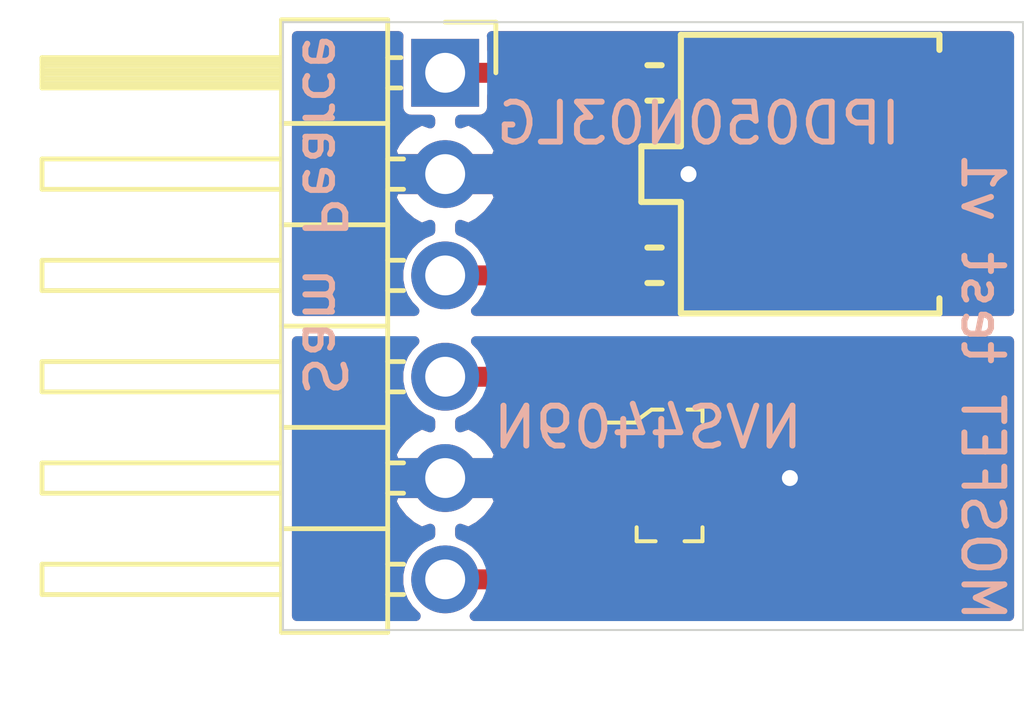
<source format=kicad_pcb>
(kicad_pcb (version 20171130) (host pcbnew "(5.1.6)-1")

  (general
    (thickness 1.6)
    (drawings 6)
    (tracks 10)
    (zones 0)
    (modules 3)
    (nets 7)
  )

  (page A4)
  (layers
    (0 F.Cu signal)
    (31 B.Cu signal)
    (32 B.Adhes user)
    (33 F.Adhes user)
    (34 B.Paste user)
    (35 F.Paste user)
    (36 B.SilkS user)
    (37 F.SilkS user)
    (38 B.Mask user)
    (39 F.Mask user)
    (40 Dwgs.User user)
    (41 Cmts.User user)
    (42 Eco1.User user)
    (43 Eco2.User user)
    (44 Edge.Cuts user)
    (45 Margin user)
    (46 B.CrtYd user)
    (47 F.CrtYd user)
    (48 B.Fab user)
    (49 F.Fab user)
  )

  (setup
    (last_trace_width 0.5)
    (trace_clearance 0.2)
    (zone_clearance 0.2)
    (zone_45_only no)
    (trace_min 0.2)
    (via_size 0.8)
    (via_drill 0.4)
    (via_min_size 0.4)
    (via_min_drill 0.3)
    (uvia_size 0.3)
    (uvia_drill 0.1)
    (uvias_allowed no)
    (uvia_min_size 0.2)
    (uvia_min_drill 0.1)
    (edge_width 0.05)
    (segment_width 0.2)
    (pcb_text_width 0.3)
    (pcb_text_size 1.5 1.5)
    (mod_edge_width 0.12)
    (mod_text_size 1 1)
    (mod_text_width 0.15)
    (pad_size 1.524 1.524)
    (pad_drill 0.762)
    (pad_to_mask_clearance 0.05)
    (aux_axis_origin 0 0)
    (visible_elements 7FFFFFFF)
    (pcbplotparams
      (layerselection 0x010fc_ffffffff)
      (usegerberextensions false)
      (usegerberattributes true)
      (usegerberadvancedattributes true)
      (creategerberjobfile true)
      (excludeedgelayer true)
      (linewidth 0.100000)
      (plotframeref false)
      (viasonmask false)
      (mode 1)
      (useauxorigin false)
      (hpglpennumber 1)
      (hpglpenspeed 20)
      (hpglpendiameter 15.000000)
      (psnegative false)
      (psa4output false)
      (plotreference true)
      (plotvalue true)
      (plotinvisibletext false)
      (padsonsilk false)
      (subtractmaskfromsilk false)
      (outputformat 1)
      (mirror false)
      (drillshape 1)
      (scaleselection 1)
      (outputdirectory ""))
  )

  (net 0 "")
  (net 1 "Net-(J1-Pad1)")
  (net 2 "Net-(J1-Pad2)")
  (net 3 "Net-(J1-Pad3)")
  (net 4 "Net-(J1-Pad4)")
  (net 5 "Net-(J1-Pad5)")
  (net 6 "Net-(J1-Pad6)")

  (net_class Default "This is the default net class."
    (clearance 0.2)
    (trace_width 0.5)
    (via_dia 0.8)
    (via_drill 0.4)
    (uvia_dia 0.3)
    (uvia_drill 0.1)
    (add_net "Net-(J1-Pad1)")
    (add_net "Net-(J1-Pad2)")
    (add_net "Net-(J1-Pad3)")
    (add_net "Net-(J1-Pad4)")
    (add_net "Net-(J1-Pad5)")
    (add_net "Net-(J1-Pad6)")
  )

  (module project_mosfet_test:PinHeader_1x06_P2.54mm_Horizontal (layer F.Cu) (tedit 600C770A) (tstamp 600CF0DB)
    (at 159.512 86.614)
    (descr "Through hole angled pin header, 1x06, 2.54mm pitch, 6mm pin length, single row")
    (tags "Through hole angled pin header THT 1x06 2.54mm single row")
    (path /600D9B7A)
    (fp_text reference J1 (at -1.845 -2.27 180) (layer F.SilkS) hide
      (effects (font (size 1 1) (thickness 0.15)))
    )
    (fp_text value Conn_01x06_Male (at -1.845 14.97 180) (layer F.Fab)
      (effects (font (size 1 1) (thickness 0.15)))
    )
    (fp_line (start -8.01 -1.8) (end 4.34 -1.8) (layer F.CrtYd) (width 0.05))
    (fp_line (start -8.01 14.5) (end -8.01 -1.8) (layer F.CrtYd) (width 0.05))
    (fp_line (start 4.34 14.5) (end -8.01 14.5) (layer F.CrtYd) (width 0.05))
    (fp_line (start 4.34 -1.8) (end 4.34 14.5) (layer F.CrtYd) (width 0.05))
    (fp_line (start 3.81 -1.27) (end 2.54 -1.27) (layer F.SilkS) (width 0.12))
    (fp_line (start 3.81 0) (end 3.81 -1.27) (layer F.SilkS) (width 0.12))
    (fp_line (start 1.497071 13.08) (end 1.1 13.08) (layer F.SilkS) (width 0.12))
    (fp_line (start 1.497071 12.32) (end 1.1 12.32) (layer F.SilkS) (width 0.12))
    (fp_line (start -7.56 13.08) (end -1.56 13.08) (layer F.SilkS) (width 0.12))
    (fp_line (start -7.56 12.32) (end -7.56 13.08) (layer F.SilkS) (width 0.12))
    (fp_line (start -1.56 12.32) (end -7.56 12.32) (layer F.SilkS) (width 0.12))
    (fp_line (start 1.1 11.43) (end -1.56 11.43) (layer F.SilkS) (width 0.12))
    (fp_line (start 1.497071 10.54) (end 1.1 10.54) (layer F.SilkS) (width 0.12))
    (fp_line (start 1.497071 9.78) (end 1.1 9.78) (layer F.SilkS) (width 0.12))
    (fp_line (start -7.56 10.54) (end -1.56 10.54) (layer F.SilkS) (width 0.12))
    (fp_line (start -7.56 9.78) (end -7.56 10.54) (layer F.SilkS) (width 0.12))
    (fp_line (start -1.56 9.78) (end -7.56 9.78) (layer F.SilkS) (width 0.12))
    (fp_line (start 1.1 8.89) (end -1.56 8.89) (layer F.SilkS) (width 0.12))
    (fp_line (start 1.497071 8) (end 1.1 8) (layer F.SilkS) (width 0.12))
    (fp_line (start 1.497071 7.24) (end 1.1 7.24) (layer F.SilkS) (width 0.12))
    (fp_line (start -7.56 8) (end -1.56 8) (layer F.SilkS) (width 0.12))
    (fp_line (start -7.56 7.24) (end -7.56 8) (layer F.SilkS) (width 0.12))
    (fp_line (start -1.56 7.24) (end -7.56 7.24) (layer F.SilkS) (width 0.12))
    (fp_line (start 1.1 6.35) (end -1.56 6.35) (layer F.SilkS) (width 0.12))
    (fp_line (start 1.497071 5.46) (end 1.1 5.46) (layer F.SilkS) (width 0.12))
    (fp_line (start 1.497071 4.7) (end 1.1 4.7) (layer F.SilkS) (width 0.12))
    (fp_line (start -7.56 5.46) (end -1.56 5.46) (layer F.SilkS) (width 0.12))
    (fp_line (start -7.56 4.7) (end -7.56 5.46) (layer F.SilkS) (width 0.12))
    (fp_line (start -1.56 4.7) (end -7.56 4.7) (layer F.SilkS) (width 0.12))
    (fp_line (start 1.1 3.81) (end -1.56 3.81) (layer F.SilkS) (width 0.12))
    (fp_line (start 1.497071 2.92) (end 1.1 2.92) (layer F.SilkS) (width 0.12))
    (fp_line (start 1.497071 2.16) (end 1.1 2.16) (layer F.SilkS) (width 0.12))
    (fp_line (start -7.56 2.92) (end -1.56 2.92) (layer F.SilkS) (width 0.12))
    (fp_line (start -7.56 2.16) (end -7.56 2.92) (layer F.SilkS) (width 0.12))
    (fp_line (start -1.56 2.16) (end -7.56 2.16) (layer F.SilkS) (width 0.12))
    (fp_line (start 1.1 1.27) (end -1.56 1.27) (layer F.SilkS) (width 0.12))
    (fp_line (start 1.43 0.38) (end 1.1 0.38) (layer F.SilkS) (width 0.12))
    (fp_line (start 1.43 -0.38) (end 1.1 -0.38) (layer F.SilkS) (width 0.12))
    (fp_line (start -1.56 0.28) (end -7.56 0.28) (layer F.SilkS) (width 0.12))
    (fp_line (start -1.56 0.16) (end -7.56 0.16) (layer F.SilkS) (width 0.12))
    (fp_line (start -1.56 0.04) (end -7.56 0.04) (layer F.SilkS) (width 0.12))
    (fp_line (start -1.56 -0.08) (end -7.56 -0.08) (layer F.SilkS) (width 0.12))
    (fp_line (start -1.56 -0.2) (end -7.56 -0.2) (layer F.SilkS) (width 0.12))
    (fp_line (start -1.56 -0.32) (end -7.56 -0.32) (layer F.SilkS) (width 0.12))
    (fp_line (start -7.56 0.38) (end -1.56 0.38) (layer F.SilkS) (width 0.12))
    (fp_line (start -7.56 -0.38) (end -7.56 0.38) (layer F.SilkS) (width 0.12))
    (fp_line (start -1.56 -0.38) (end -7.56 -0.38) (layer F.SilkS) (width 0.12))
    (fp_line (start -1.56 -1.33) (end 1.1 -1.33) (layer F.SilkS) (width 0.12))
    (fp_line (start -1.56 14.03) (end -1.56 -1.33) (layer F.SilkS) (width 0.12))
    (fp_line (start 1.1 14.03) (end -1.56 14.03) (layer F.SilkS) (width 0.12))
    (fp_line (start 1.1 -1.33) (end 1.1 14.03) (layer F.SilkS) (width 0.12))
    (fp_line (start -1.5 13.02) (end -7.5 13.02) (layer F.Fab) (width 0.1))
    (fp_line (start -7.5 12.38) (end -7.5 13.02) (layer F.Fab) (width 0.1))
    (fp_line (start -1.5 12.38) (end -7.5 12.38) (layer F.Fab) (width 0.1))
    (fp_line (start 2.86 13.02) (end 1.04 13.02) (layer F.Fab) (width 0.1))
    (fp_line (start 2.86 12.38) (end 2.86 13.02) (layer F.Fab) (width 0.1))
    (fp_line (start 2.86 12.38) (end 1.04 12.38) (layer F.Fab) (width 0.1))
    (fp_line (start -1.5 10.48) (end -7.5 10.48) (layer F.Fab) (width 0.1))
    (fp_line (start -7.5 9.84) (end -7.5 10.48) (layer F.Fab) (width 0.1))
    (fp_line (start -1.5 9.84) (end -7.5 9.84) (layer F.Fab) (width 0.1))
    (fp_line (start 2.86 10.48) (end 1.04 10.48) (layer F.Fab) (width 0.1))
    (fp_line (start 2.86 9.84) (end 2.86 10.48) (layer F.Fab) (width 0.1))
    (fp_line (start 2.86 9.84) (end 1.04 9.84) (layer F.Fab) (width 0.1))
    (fp_line (start -1.5 7.94) (end -7.5 7.94) (layer F.Fab) (width 0.1))
    (fp_line (start -7.5 7.3) (end -7.5 7.94) (layer F.Fab) (width 0.1))
    (fp_line (start -1.5 7.3) (end -7.5 7.3) (layer F.Fab) (width 0.1))
    (fp_line (start 2.86 7.94) (end 1.04 7.94) (layer F.Fab) (width 0.1))
    (fp_line (start 2.86 7.3) (end 2.86 7.94) (layer F.Fab) (width 0.1))
    (fp_line (start 2.86 7.3) (end 1.04 7.3) (layer F.Fab) (width 0.1))
    (fp_line (start -1.5 5.4) (end -7.5 5.4) (layer F.Fab) (width 0.1))
    (fp_line (start -7.5 4.76) (end -7.5 5.4) (layer F.Fab) (width 0.1))
    (fp_line (start -1.5 4.76) (end -7.5 4.76) (layer F.Fab) (width 0.1))
    (fp_line (start 2.86 5.4) (end 1.04 5.4) (layer F.Fab) (width 0.1))
    (fp_line (start 2.86 4.76) (end 2.86 5.4) (layer F.Fab) (width 0.1))
    (fp_line (start 2.86 4.76) (end 1.04 4.76) (layer F.Fab) (width 0.1))
    (fp_line (start -1.5 2.86) (end -7.5 2.86) (layer F.Fab) (width 0.1))
    (fp_line (start -7.5 2.22) (end -7.5 2.86) (layer F.Fab) (width 0.1))
    (fp_line (start -1.5 2.22) (end -7.5 2.22) (layer F.Fab) (width 0.1))
    (fp_line (start 2.86 2.86) (end 1.04 2.86) (layer F.Fab) (width 0.1))
    (fp_line (start 2.86 2.22) (end 2.86 2.86) (layer F.Fab) (width 0.1))
    (fp_line (start 2.86 2.22) (end 1.04 2.22) (layer F.Fab) (width 0.1))
    (fp_line (start -1.5 0.32) (end -7.5 0.32) (layer F.Fab) (width 0.1))
    (fp_line (start -7.5 -0.32) (end -7.5 0.32) (layer F.Fab) (width 0.1))
    (fp_line (start -1.5 -0.32) (end -7.5 -0.32) (layer F.Fab) (width 0.1))
    (fp_line (start 2.86 0.32) (end 1.04 0.32) (layer F.Fab) (width 0.1))
    (fp_line (start 2.86 -0.32) (end 2.86 0.32) (layer F.Fab) (width 0.1))
    (fp_line (start 2.86 -0.32) (end 1.04 -0.32) (layer F.Fab) (width 0.1))
    (fp_line (start 1.04 -0.635) (end 0.405 -1.27) (layer F.Fab) (width 0.1))
    (fp_line (start 1.04 13.97) (end 1.04 -0.635) (layer F.Fab) (width 0.1))
    (fp_line (start -1.5 13.97) (end 1.04 13.97) (layer F.Fab) (width 0.1))
    (fp_line (start -1.5 -1.27) (end -1.5 13.97) (layer F.Fab) (width 0.1))
    (fp_line (start 0.405 -1.27) (end -1.5 -1.27) (layer F.Fab) (width 0.1))
    (fp_text user %R (at -0.23 6.35 270) (layer F.Fab)
      (effects (font (size 1 1) (thickness 0.15)))
    )
    (pad 1 thru_hole rect (at 2.54 0) (size 1.7 1.7) (drill 1) (layers *.Cu *.Mask)
      (net 1 "Net-(J1-Pad1)"))
    (pad 2 thru_hole oval (at 2.54 2.54) (size 1.7 1.7) (drill 1) (layers *.Cu *.Mask)
      (net 2 "Net-(J1-Pad2)"))
    (pad 3 thru_hole oval (at 2.54 5.08) (size 1.7 1.7) (drill 1) (layers *.Cu *.Mask)
      (net 3 "Net-(J1-Pad3)"))
    (pad 4 thru_hole oval (at 2.54 7.62) (size 1.7 1.7) (drill 1) (layers *.Cu *.Mask)
      (net 4 "Net-(J1-Pad4)"))
    (pad 5 thru_hole oval (at 2.54 10.16) (size 1.7 1.7) (drill 1) (layers *.Cu *.Mask)
      (net 5 "Net-(J1-Pad5)"))
    (pad 6 thru_hole oval (at 2.54 12.7) (size 1.7 1.7) (drill 1) (layers *.Cu *.Mask)
      (net 6 "Net-(J1-Pad6)"))
    (model ${KISYS3DMOD}/Connector_PinHeader_2.54mm.3dshapes/PinHeader_1x06_P2.54mm_Horizontal.wrl
      (at (xyz 0 0 0))
      (scale (xyz 1 1 1))
      (rotate (xyz 0 0 0))
    )
  )

  (module digikey-footprints:SOT-23-3 (layer F.Cu) (tedit 5D28A5E3) (tstamp 600CF12C)
    (at 167.674 96.708)
    (path /600D75A4)
    (attr smd)
    (fp_text reference Q2 (at -3.336 0.066 -90) (layer F.SilkS) hide
      (effects (font (size 1 1) (thickness 0.15)))
    )
    (fp_text value NVS4409N (at -0.542 -1.204) (layer B.SilkS)
      (effects (font (size 1 1) (thickness 0.15)) (justify mirror))
    )
    (fp_line (start -1.825 -1.95) (end 1.825 -1.95) (layer F.CrtYd) (width 0.05))
    (fp_line (start -1.825 -1.95) (end -1.825 1.95) (layer F.CrtYd) (width 0.05))
    (fp_line (start 1.825 1.95) (end -1.825 1.95) (layer F.CrtYd) (width 0.05))
    (fp_line (start 1.825 -1.95) (end 1.825 1.95) (layer F.CrtYd) (width 0.05))
    (fp_line (start -0.175 -1.65) (end -0.45 -1.65) (layer F.SilkS) (width 0.1))
    (fp_line (start -0.45 -1.65) (end -0.825 -1.375) (layer F.SilkS) (width 0.1))
    (fp_line (start -0.825 -1.375) (end -0.825 -1.325) (layer F.SilkS) (width 0.1))
    (fp_line (start -0.825 -1.325) (end -1.6 -1.325) (layer F.SilkS) (width 0.1))
    (fp_line (start -0.7 -1.325) (end -0.7 1.525) (layer F.Fab) (width 0.1))
    (fp_line (start -0.425 -1.525) (end 0.7 -1.525) (layer F.Fab) (width 0.1))
    (fp_line (start -0.425 -1.525) (end -0.7 -1.325) (layer F.Fab) (width 0.1))
    (fp_line (start -0.35 1.65) (end -0.825 1.65) (layer F.SilkS) (width 0.1))
    (fp_line (start -0.825 1.65) (end -0.825 1.3) (layer F.SilkS) (width 0.1))
    (fp_line (start 0.825 1.425) (end 0.825 1.3) (layer F.SilkS) (width 0.1))
    (fp_line (start 0.825 1.35) (end 0.825 1.65) (layer F.SilkS) (width 0.1))
    (fp_line (start 0.825 1.65) (end 0.375 1.65) (layer F.SilkS) (width 0.1))
    (fp_line (start 0.45 -1.65) (end 0.825 -1.65) (layer F.SilkS) (width 0.1))
    (fp_line (start 0.825 -1.65) (end 0.825 -1.35) (layer F.SilkS) (width 0.1))
    (fp_line (start -0.7 1.52) (end 0.7 1.52) (layer F.Fab) (width 0.1))
    (fp_line (start 0.7 1.52) (end 0.7 -1.52) (layer F.Fab) (width 0.1))
    (fp_text user %R (at -0.125 0.15) (layer F.Fab)
      (effects (font (size 0.25 0.25) (thickness 0.05)))
    )
    (pad 1 smd rect (at -1.05 -0.95) (size 1.3 0.6) (layers F.Cu F.Paste F.Mask)
      (net 4 "Net-(J1-Pad4)") (solder_mask_margin 0.07))
    (pad 2 smd rect (at -1.05 0.95) (size 1.3 0.6) (layers F.Cu F.Paste F.Mask)
      (net 6 "Net-(J1-Pad6)") (solder_mask_margin 0.07))
    (pad 3 smd rect (at 1.05 0) (size 1.3 0.6) (layers F.Cu F.Paste F.Mask)
      (net 5 "Net-(J1-Pad5)") (solder_mask_margin 0.07))
  )

  (module project_mosfet_test:IPD050N03LGATMA1 (layer F.Cu) (tedit 0) (tstamp 600CF110)
    (at 171.196 89.154 270)
    (path /600D5A02)
    (fp_text reference Q1 (at 0 6.858 90) (layer F.SilkS) hide
      (effects (font (size 1 1) (thickness 0.15)))
    )
    (fp_text value IPD050N03LG (at -1.27 2.794) (layer B.SilkS)
      (effects (font (size 1 1) (thickness 0.15)) (justify mirror))
    )
    (fp_line (start -1.8415 3.1115) (end -2.7305 3.1115) (layer F.Fab) (width 0.1524))
    (fp_line (start -2.7305 3.1115) (end -2.7305 6.4897) (layer F.Fab) (width 0.1524))
    (fp_line (start -2.7305 6.4897) (end -1.8415 6.4897) (layer F.Fab) (width 0.1524))
    (fp_line (start -1.8415 6.4897) (end -1.8415 3.1115) (layer F.Fab) (width 0.1524))
    (fp_line (start 2.7305 3.1115) (end 1.8415 3.1115) (layer F.Fab) (width 0.1524))
    (fp_line (start 1.8415 3.1115) (end 1.8415 6.4897) (layer F.Fab) (width 0.1524))
    (fp_line (start 1.8415 6.4897) (end 2.7305 6.4897) (layer F.Fab) (width 0.1524))
    (fp_line (start 2.7305 6.4897) (end 2.7305 3.1115) (layer F.Fab) (width 0.1524))
    (fp_line (start 0.5715 3.1115) (end -0.5715 3.1115) (layer F.Fab) (width 0.1524))
    (fp_line (start -0.5715 3.1115) (end -0.5715 4.1021) (layer F.Fab) (width 0.1524))
    (fp_line (start -0.5715 4.1021) (end 0.5715 4.1021) (layer F.Fab) (width 0.1524))
    (fp_line (start 0.5715 4.1021) (end 0.5715 3.1115) (layer F.Fab) (width 0.1524))
    (fp_line (start -2.7305 3.7211) (end -2.7305 4.0767) (layer F.SilkS) (width 0.1524))
    (fp_line (start -1.8415 3.7211) (end -1.8415 4.0767) (layer F.SilkS) (width 0.1524))
    (fp_line (start 1.8415 3.7211) (end 1.8415 4.0767) (layer F.SilkS) (width 0.1524))
    (fp_line (start 2.7305 3.7211) (end 2.7305 4.0767) (layer F.SilkS) (width 0.1524))
    (fp_line (start -3.4925 3.2385) (end -0.6985 3.2385) (layer F.SilkS) (width 0.1524))
    (fp_line (start -0.6985 3.2385) (end -0.6985 4.2291) (layer F.SilkS) (width 0.1524))
    (fp_line (start -0.6985 4.2291) (end 0.6985 4.2291) (layer F.SilkS) (width 0.1524))
    (fp_line (start 0.6985 4.2291) (end 0.6985 3.2385) (layer F.SilkS) (width 0.1524))
    (fp_line (start 0.6985 3.2385) (end 3.4925 3.2385) (layer F.SilkS) (width 0.1524))
    (fp_line (start 3.4925 3.2385) (end 3.4925 -3.2385) (layer F.SilkS) (width 0.1524))
    (fp_line (start 3.4925 -3.2385) (end 3.11404 -3.2385) (layer F.SilkS) (width 0.1524))
    (fp_line (start -3.4925 -3.2385) (end -3.4925 3.2385) (layer F.SilkS) (width 0.1524))
    (fp_line (start -3.3655 3.1115) (end 3.3655 3.1115) (layer F.Fab) (width 0.1524))
    (fp_line (start 3.3655 3.1115) (end 3.3655 -3.1115) (layer F.Fab) (width 0.1524))
    (fp_line (start 3.3655 -3.1115) (end -3.3655 -3.1115) (layer F.Fab) (width 0.1524))
    (fp_line (start -3.3655 -3.1115) (end -3.3655 3.1115) (layer F.Fab) (width 0.1524))
    (fp_line (start -3.11404 -3.2385) (end -3.4925 -3.2385) (layer F.SilkS) (width 0.1524))
    (fp_line (start -3.6195 -3.3655) (end -3.0099 -3.3655) (layer F.CrtYd) (width 0.1524))
    (fp_line (start -3.0099 -3.3655) (end -3.0099 -5.1435) (layer F.CrtYd) (width 0.1524))
    (fp_line (start -3.0099 -5.1435) (end 3.0099 -5.1435) (layer F.CrtYd) (width 0.1524))
    (fp_line (start 3.0099 -5.1435) (end 3.0099 -3.3655) (layer F.CrtYd) (width 0.1524))
    (fp_line (start 3.0099 -3.3655) (end 3.6195 -3.3655) (layer F.CrtYd) (width 0.1524))
    (fp_line (start 3.6195 -3.3655) (end 3.6195 3.3655) (layer F.CrtYd) (width 0.1524))
    (fp_line (start 3.6195 3.3655) (end 3.0099 3.3655) (layer F.CrtYd) (width 0.1524))
    (fp_line (start 3.0099 3.3655) (end 3.0099 7.0993) (layer F.CrtYd) (width 0.1524))
    (fp_line (start 3.0099 7.0993) (end -3.0099 7.0993) (layer F.CrtYd) (width 0.1524))
    (fp_line (start -3.0099 7.0993) (end -3.0099 3.3655) (layer F.CrtYd) (width 0.1524))
    (fp_line (start -3.0099 3.3655) (end -3.6195 3.3655) (layer F.CrtYd) (width 0.1524))
    (fp_line (start -3.6195 3.3655) (end -3.6195 -3.3655) (layer F.CrtYd) (width 0.1524))
    (fp_text user "Copyright 2016 Accelerated Designs. All rights reserved." (at 0 0 90) (layer Cmts.User)
      (effects (font (size 0.127 0.127) (thickness 0.002)))
    )
    (fp_text user * (at -3.556 5.6388 90) (layer F.SilkS) hide
      (effects (font (size 1 1) (thickness 0.15)))
    )
    (fp_text user * (at -2.286 2.8575 90) (layer F.Fab)
      (effects (font (size 1 1) (thickness 0.15)))
    )
    (fp_text user * (at -2.286 2.8575 90) (layer F.Fab)
      (effects (font (size 1 1) (thickness 0.15)))
    )
    (fp_text user * (at -3.556 5.6388 90) (layer F.SilkS) hide
      (effects (font (size 1 1) (thickness 0.15)))
    )
    (pad 1 smd rect (at -2.286 5.6388 270) (size 0.9398 2.413) (layers F.Cu F.Paste F.Mask)
      (net 1 "Net-(J1-Pad1)"))
    (pad 3 smd rect (at 2.286 5.6388 270) (size 0.9398 2.413) (layers F.Cu F.Paste F.Mask)
      (net 3 "Net-(J1-Pad3)"))
    (pad 2 smd rect (at 0 -1.6129 270) (size 5.5626 6.5532) (layers F.Cu F.Paste F.Mask)
      (net 2 "Net-(J1-Pad2)"))
  )

  (gr_text "Sam Pearce" (at 159.004 90.17 270) (layer B.SilkS)
    (effects (font (size 1 1) (thickness 0.15)) (justify mirror))
  )
  (gr_text "MOSFET test v1" (at 175.514 94.488 270) (layer B.SilkS)
    (effects (font (size 1 1) (thickness 0.15)) (justify mirror))
  )
  (gr_line (start 157.988 100.584) (end 176.53 100.584) (layer Edge.Cuts) (width 0.05) (tstamp 600CF5B0))
  (gr_line (start 176.53 85.344) (end 176.53 100.584) (layer Edge.Cuts) (width 0.05))
  (gr_line (start 157.988 85.344) (end 157.988 100.584) (layer Edge.Cuts) (width 0.05))
  (gr_line (start 157.988 85.344) (end 176.53 85.344) (layer Edge.Cuts) (width 0.05))

  (segment (start 165.3032 86.614) (end 165.5572 86.868) (width 0.5) (layer F.Cu) (net 1))
  (segment (start 162.052 86.614) (end 165.3032 86.614) (width 0.5) (layer F.Cu) (net 1))
  (via (at 168.148 89.154) (size 0.8) (drill 0.4) (layers F.Cu B.Cu) (net 2))
  (segment (start 165.3032 91.694) (end 165.5572 91.44) (width 0.5) (layer F.Cu) (net 3))
  (segment (start 162.052 91.694) (end 165.3032 91.694) (width 0.5) (layer F.Cu) (net 3))
  (segment (start 165.1 94.234) (end 166.624 95.758) (width 0.5) (layer F.Cu) (net 4))
  (segment (start 162.052 94.234) (end 165.1 94.234) (width 0.5) (layer F.Cu) (net 4))
  (via (at 170.688 96.774) (size 0.8) (drill 0.4) (layers F.Cu B.Cu) (net 5))
  (segment (start 164.968 99.314) (end 166.624 97.658) (width 0.5) (layer F.Cu) (net 6))
  (segment (start 162.052 99.314) (end 164.968 99.314) (width 0.5) (layer F.Cu) (net 6))

  (zone (net 5) (net_name "Net-(J1-Pad5)") (layer F.Cu) (tstamp 0) (hatch edge 0.508)
    (connect_pads (clearance 0.2))
    (min_thickness 0.25)
    (fill yes (arc_segments 32) (thermal_gap 0.5) (thermal_bridge_width 1))
    (polygon
      (pts
        (xy 176.53 100.584) (xy 157.988 100.584) (xy 157.988 93.218) (xy 176.53 93.218)
      )
    )
    (filled_polygon
      (pts
        (xy 161.139318 93.484981) (xy 161.010729 93.677429) (xy 160.922155 93.891265) (xy 160.877 94.118273) (xy 160.877 94.349727)
        (xy 160.922155 94.576735) (xy 161.010729 94.790571) (xy 161.139318 94.983019) (xy 161.302981 95.146682) (xy 161.495429 95.275271)
        (xy 161.676998 95.35048) (xy 161.676998 95.5037) (xy 161.458455 95.423677) (xy 161.206425 95.565418) (xy 160.98689 95.753604)
        (xy 160.808286 95.981003) (xy 160.701692 96.180458) (xy 160.787691 96.399) (xy 161.677 96.399) (xy 161.677 96.379)
        (xy 162.427 96.379) (xy 162.427 96.399) (xy 163.316309 96.399) (xy 163.402308 96.180458) (xy 163.295714 95.981003)
        (xy 163.11711 95.753604) (xy 162.897575 95.565418) (xy 162.645545 95.423677) (xy 162.427002 95.5037) (xy 162.427002 95.35048)
        (xy 162.608571 95.275271) (xy 162.801019 95.146682) (xy 162.964682 94.983019) (xy 163.080957 94.809) (xy 164.861828 94.809)
        (xy 165.647428 95.594601) (xy 165.647428 96.058) (xy 165.653703 96.121711) (xy 165.672287 96.182974) (xy 165.702465 96.239434)
        (xy 165.743079 96.288921) (xy 165.792566 96.329535) (xy 165.849026 96.359713) (xy 165.910289 96.378297) (xy 165.974 96.384572)
        (xy 167.274 96.384572) (xy 167.337711 96.378297) (xy 167.398974 96.359713) (xy 167.454104 96.330246) (xy 167.449 96.37675)
        (xy 167.60525 96.533) (xy 168.349 96.533) (xy 168.349 95.93925) (xy 169.099 95.93925) (xy 169.099 96.533)
        (xy 169.84275 96.533) (xy 169.999 96.37675) (xy 169.987887 96.275497) (xy 169.950241 96.158279) (xy 169.890451 96.050659)
        (xy 169.810813 95.95677) (xy 169.71439 95.880223) (xy 169.604885 95.823957) (xy 169.486507 95.790136) (xy 169.363806 95.780059)
        (xy 169.25525 95.783) (xy 169.099 95.93925) (xy 168.349 95.93925) (xy 168.19275 95.783) (xy 168.084194 95.780059)
        (xy 167.961493 95.790136) (xy 167.843115 95.823957) (xy 167.73361 95.880223) (xy 167.637187 95.95677) (xy 167.600572 95.999937)
        (xy 167.600572 95.458) (xy 167.594297 95.394289) (xy 167.575713 95.333026) (xy 167.545535 95.276566) (xy 167.504921 95.227079)
        (xy 167.455434 95.186465) (xy 167.398974 95.156287) (xy 167.337711 95.137703) (xy 167.274 95.131428) (xy 166.810601 95.131428)
        (xy 165.526565 93.847393) (xy 165.508554 93.825446) (xy 165.420998 93.753592) (xy 165.321108 93.700199) (xy 165.21272 93.66732)
        (xy 165.128246 93.659) (xy 165.128243 93.659) (xy 165.1 93.656218) (xy 165.071757 93.659) (xy 163.080957 93.659)
        (xy 162.964682 93.484981) (xy 162.822701 93.343) (xy 176.180001 93.343) (xy 176.180001 100.234) (xy 162.790067 100.234)
        (xy 162.801019 100.226682) (xy 162.964682 100.063019) (xy 163.080957 99.889) (xy 164.939757 99.889) (xy 164.968 99.891782)
        (xy 164.996243 99.889) (xy 164.996246 99.889) (xy 165.08072 99.88068) (xy 165.189108 99.847801) (xy 165.288998 99.794408)
        (xy 165.376554 99.722554) (xy 165.394565 99.700607) (xy 166.810601 98.284572) (xy 167.274 98.284572) (xy 167.337711 98.278297)
        (xy 167.398974 98.259713) (xy 167.455434 98.229535) (xy 167.504921 98.188921) (xy 167.545535 98.139434) (xy 167.575713 98.082974)
        (xy 167.594297 98.021711) (xy 167.600572 97.958) (xy 167.600572 97.416063) (xy 167.637187 97.45923) (xy 167.73361 97.535777)
        (xy 167.843115 97.592043) (xy 167.961493 97.625864) (xy 168.084194 97.635941) (xy 168.19275 97.633) (xy 168.349 97.47675)
        (xy 168.349 96.883) (xy 169.099 96.883) (xy 169.099 97.47675) (xy 169.25525 97.633) (xy 169.363806 97.635941)
        (xy 169.486507 97.625864) (xy 169.604885 97.592043) (xy 169.71439 97.535777) (xy 169.810813 97.45923) (xy 169.890451 97.365341)
        (xy 169.950241 97.257721) (xy 169.987887 97.140503) (xy 169.999 97.03925) (xy 169.84275 96.883) (xy 169.099 96.883)
        (xy 168.349 96.883) (xy 167.60525 96.883) (xy 167.449 97.03925) (xy 167.454104 97.085754) (xy 167.398974 97.056287)
        (xy 167.337711 97.037703) (xy 167.274 97.031428) (xy 165.974 97.031428) (xy 165.910289 97.037703) (xy 165.849026 97.056287)
        (xy 165.792566 97.086465) (xy 165.743079 97.127079) (xy 165.702465 97.176566) (xy 165.672287 97.233026) (xy 165.653703 97.294289)
        (xy 165.647428 97.358) (xy 165.647428 97.821399) (xy 164.729828 98.739) (xy 163.080957 98.739) (xy 162.964682 98.564981)
        (xy 162.801019 98.401318) (xy 162.608571 98.272729) (xy 162.427002 98.19752) (xy 162.427002 98.0443) (xy 162.645545 98.124323)
        (xy 162.897575 97.982582) (xy 163.11711 97.794396) (xy 163.295714 97.566997) (xy 163.402308 97.367542) (xy 163.316309 97.149)
        (xy 162.427 97.149) (xy 162.427 97.169) (xy 161.677 97.169) (xy 161.677 97.149) (xy 160.787691 97.149)
        (xy 160.701692 97.367542) (xy 160.808286 97.566997) (xy 160.98689 97.794396) (xy 161.206425 97.982582) (xy 161.458455 98.124323)
        (xy 161.676998 98.0443) (xy 161.676998 98.19752) (xy 161.495429 98.272729) (xy 161.302981 98.401318) (xy 161.139318 98.564981)
        (xy 161.010729 98.757429) (xy 160.922155 98.971265) (xy 160.877 99.198273) (xy 160.877 99.429727) (xy 160.922155 99.656735)
        (xy 161.010729 99.870571) (xy 161.139318 100.063019) (xy 161.302981 100.226682) (xy 161.313933 100.234) (xy 158.338 100.234)
        (xy 158.338 93.343) (xy 161.281299 93.343)
      )
    )
  )
  (zone (net 5) (net_name "Net-(J1-Pad5)") (layer B.Cu) (tstamp 0) (hatch edge 0.508)
    (connect_pads (clearance 0.2))
    (min_thickness 0.25)
    (fill yes (arc_segments 32) (thermal_gap 0.5) (thermal_bridge_width 1))
    (polygon
      (pts
        (xy 176.53 100.584) (xy 157.988 100.584) (xy 157.988 93.218) (xy 176.53 93.218)
      )
    )
    (filled_polygon
      (pts
        (xy 161.139318 93.484981) (xy 161.010729 93.677429) (xy 160.922155 93.891265) (xy 160.877 94.118273) (xy 160.877 94.349727)
        (xy 160.922155 94.576735) (xy 161.010729 94.790571) (xy 161.139318 94.983019) (xy 161.302981 95.146682) (xy 161.495429 95.275271)
        (xy 161.676998 95.35048) (xy 161.676998 95.5037) (xy 161.458455 95.423677) (xy 161.206425 95.565418) (xy 160.98689 95.753604)
        (xy 160.808286 95.981003) (xy 160.701692 96.180458) (xy 160.787691 96.399) (xy 161.677 96.399) (xy 161.677 96.379)
        (xy 162.427 96.379) (xy 162.427 96.399) (xy 163.316309 96.399) (xy 163.402308 96.180458) (xy 163.295714 95.981003)
        (xy 163.11711 95.753604) (xy 162.897575 95.565418) (xy 162.645545 95.423677) (xy 162.427002 95.5037) (xy 162.427002 95.35048)
        (xy 162.608571 95.275271) (xy 162.801019 95.146682) (xy 162.964682 94.983019) (xy 163.093271 94.790571) (xy 163.181845 94.576735)
        (xy 163.227 94.349727) (xy 163.227 94.118273) (xy 163.181845 93.891265) (xy 163.093271 93.677429) (xy 162.964682 93.484981)
        (xy 162.822701 93.343) (xy 176.180001 93.343) (xy 176.180001 100.234) (xy 162.790067 100.234) (xy 162.801019 100.226682)
        (xy 162.964682 100.063019) (xy 163.093271 99.870571) (xy 163.181845 99.656735) (xy 163.227 99.429727) (xy 163.227 99.198273)
        (xy 163.181845 98.971265) (xy 163.093271 98.757429) (xy 162.964682 98.564981) (xy 162.801019 98.401318) (xy 162.608571 98.272729)
        (xy 162.427002 98.19752) (xy 162.427002 98.0443) (xy 162.645545 98.124323) (xy 162.897575 97.982582) (xy 163.11711 97.794396)
        (xy 163.295714 97.566997) (xy 163.402308 97.367542) (xy 163.316309 97.149) (xy 162.427 97.149) (xy 162.427 97.169)
        (xy 161.677 97.169) (xy 161.677 97.149) (xy 160.787691 97.149) (xy 160.701692 97.367542) (xy 160.808286 97.566997)
        (xy 160.98689 97.794396) (xy 161.206425 97.982582) (xy 161.458455 98.124323) (xy 161.676998 98.0443) (xy 161.676998 98.19752)
        (xy 161.495429 98.272729) (xy 161.302981 98.401318) (xy 161.139318 98.564981) (xy 161.010729 98.757429) (xy 160.922155 98.971265)
        (xy 160.877 99.198273) (xy 160.877 99.429727) (xy 160.922155 99.656735) (xy 161.010729 99.870571) (xy 161.139318 100.063019)
        (xy 161.302981 100.226682) (xy 161.313933 100.234) (xy 158.338 100.234) (xy 158.338 93.343) (xy 161.281299 93.343)
      )
    )
  )
  (zone (net 2) (net_name "Net-(J1-Pad2)") (layer F.Cu) (tstamp 0) (hatch edge 0.508)
    (connect_pads (clearance 0.2))
    (min_thickness 0.25)
    (fill yes (arc_segments 32) (thermal_gap 0.5) (thermal_bridge_width 1))
    (polygon
      (pts
        (xy 176.53 92.71) (xy 157.988 92.71) (xy 157.988 85.344) (xy 176.53 85.344)
      )
    )
    (filled_polygon
      (pts
        (xy 160.881703 85.700289) (xy 160.875428 85.764) (xy 160.875428 87.464) (xy 160.881703 87.527711) (xy 160.900287 87.588974)
        (xy 160.930465 87.645434) (xy 160.971079 87.694921) (xy 161.020566 87.735535) (xy 161.077026 87.765713) (xy 161.138289 87.784297)
        (xy 161.202 87.790572) (xy 161.676998 87.790572) (xy 161.676998 87.8837) (xy 161.458455 87.803677) (xy 161.206425 87.945418)
        (xy 160.98689 88.133604) (xy 160.808286 88.361003) (xy 160.701692 88.560458) (xy 160.787691 88.779) (xy 161.677 88.779)
        (xy 161.677 88.759) (xy 162.427 88.759) (xy 162.427 88.779) (xy 163.316309 88.779) (xy 163.402308 88.560458)
        (xy 163.295714 88.361003) (xy 163.11711 88.133604) (xy 162.897575 87.945418) (xy 162.645545 87.803677) (xy 162.427002 87.8837)
        (xy 162.427002 87.790572) (xy 162.902 87.790572) (xy 162.965711 87.784297) (xy 163.026974 87.765713) (xy 163.083434 87.735535)
        (xy 163.132921 87.694921) (xy 163.173535 87.645434) (xy 163.203713 87.588974) (xy 163.222297 87.527711) (xy 163.228572 87.464)
        (xy 163.228572 87.189) (xy 164.024128 87.189) (xy 164.024128 87.3379) (xy 164.030403 87.401611) (xy 164.048987 87.462874)
        (xy 164.079165 87.519334) (xy 164.119779 87.568821) (xy 164.169266 87.609435) (xy 164.225726 87.639613) (xy 164.286989 87.658197)
        (xy 164.3507 87.664472) (xy 166.7637 87.664472) (xy 166.827411 87.658197) (xy 166.888674 87.639613) (xy 166.945134 87.609435)
        (xy 166.994621 87.568821) (xy 167.035235 87.519334) (xy 167.065413 87.462874) (xy 167.083997 87.401611) (xy 167.090272 87.3379)
        (xy 167.090272 86.3981) (xy 167.087771 86.3727) (xy 168.904276 86.3727) (xy 168.9073 88.62275) (xy 169.06355 88.779)
        (xy 172.4339 88.779) (xy 172.4339 85.90395) (xy 172.27765 85.7477) (xy 169.5323 85.744676) (xy 169.409779 85.756743)
        (xy 169.291966 85.792481) (xy 169.183389 85.850517) (xy 169.08822 85.92862) (xy 169.010117 86.023789) (xy 168.952081 86.132366)
        (xy 168.916343 86.250179) (xy 168.904276 86.3727) (xy 167.087771 86.3727) (xy 167.083997 86.334389) (xy 167.065413 86.273126)
        (xy 167.035235 86.216666) (xy 166.994621 86.167179) (xy 166.945134 86.126565) (xy 166.888674 86.096387) (xy 166.827411 86.077803)
        (xy 166.7637 86.071528) (xy 165.495723 86.071528) (xy 165.41592 86.04732) (xy 165.331446 86.039) (xy 165.331443 86.039)
        (xy 165.3032 86.036218) (xy 165.274957 86.039) (xy 163.228572 86.039) (xy 163.228572 85.764) (xy 163.222297 85.700289)
        (xy 163.220389 85.694) (xy 176.18 85.694) (xy 176.18 85.753983) (xy 176.0855 85.744676) (xy 173.34015 85.7477)
        (xy 173.1839 85.90395) (xy 173.1839 88.779) (xy 173.2039 88.779) (xy 173.2039 89.529) (xy 173.1839 89.529)
        (xy 173.1839 92.40405) (xy 173.34015 92.5603) (xy 176.0855 92.563324) (xy 176.18 92.554017) (xy 176.18 92.585)
        (xy 162.822701 92.585) (xy 162.964682 92.443019) (xy 163.080957 92.269) (xy 165.274957 92.269) (xy 165.3032 92.271782)
        (xy 165.331443 92.269) (xy 165.331446 92.269) (xy 165.41592 92.26068) (xy 165.495723 92.236472) (xy 166.7637 92.236472)
        (xy 166.827411 92.230197) (xy 166.888674 92.211613) (xy 166.945134 92.181435) (xy 166.994621 92.140821) (xy 167.035235 92.091334)
        (xy 167.065413 92.034874) (xy 167.083997 91.973611) (xy 167.08777 91.9353) (xy 168.904276 91.9353) (xy 168.916343 92.057821)
        (xy 168.952081 92.175634) (xy 169.010117 92.284211) (xy 169.08822 92.37938) (xy 169.183389 92.457483) (xy 169.291966 92.515519)
        (xy 169.409779 92.551257) (xy 169.5323 92.563324) (xy 172.27765 92.5603) (xy 172.4339 92.40405) (xy 172.4339 89.529)
        (xy 169.06355 89.529) (xy 168.9073 89.68525) (xy 168.904276 91.9353) (xy 167.08777 91.9353) (xy 167.090272 91.9099)
        (xy 167.090272 90.9701) (xy 167.083997 90.906389) (xy 167.065413 90.845126) (xy 167.035235 90.788666) (xy 166.994621 90.739179)
        (xy 166.945134 90.698565) (xy 166.888674 90.668387) (xy 166.827411 90.649803) (xy 166.7637 90.643528) (xy 164.3507 90.643528)
        (xy 164.286989 90.649803) (xy 164.225726 90.668387) (xy 164.169266 90.698565) (xy 164.119779 90.739179) (xy 164.079165 90.788666)
        (xy 164.048987 90.845126) (xy 164.030403 90.906389) (xy 164.024128 90.9701) (xy 164.024128 91.119) (xy 163.080957 91.119)
        (xy 162.964682 90.944981) (xy 162.801019 90.781318) (xy 162.608571 90.652729) (xy 162.427002 90.57752) (xy 162.427002 90.4243)
        (xy 162.645545 90.504323) (xy 162.897575 90.362582) (xy 163.11711 90.174396) (xy 163.295714 89.946997) (xy 163.402308 89.747542)
        (xy 163.316309 89.529) (xy 162.427 89.529) (xy 162.427 89.549) (xy 161.677 89.549) (xy 161.677 89.529)
        (xy 160.787691 89.529) (xy 160.701692 89.747542) (xy 160.808286 89.946997) (xy 160.98689 90.174396) (xy 161.206425 90.362582)
        (xy 161.458455 90.504323) (xy 161.676998 90.4243) (xy 161.676998 90.57752) (xy 161.495429 90.652729) (xy 161.302981 90.781318)
        (xy 161.139318 90.944981) (xy 161.010729 91.137429) (xy 160.922155 91.351265) (xy 160.877 91.578273) (xy 160.877 91.809727)
        (xy 160.922155 92.036735) (xy 161.010729 92.250571) (xy 161.139318 92.443019) (xy 161.281299 92.585) (xy 158.338 92.585)
        (xy 158.338 85.694) (xy 160.883611 85.694)
      )
    )
  )
  (zone (net 2) (net_name "Net-(J1-Pad2)") (layer B.Cu) (tstamp 0) (hatch edge 0.508)
    (connect_pads (clearance 0.2))
    (min_thickness 0.25)
    (fill yes (arc_segments 32) (thermal_gap 0.5) (thermal_bridge_width 1))
    (polygon
      (pts
        (xy 176.53 92.71) (xy 157.988 92.71) (xy 157.988 85.344) (xy 176.53 85.344)
      )
    )
    (filled_polygon
      (pts
        (xy 160.881703 85.700289) (xy 160.875428 85.764) (xy 160.875428 87.464) (xy 160.881703 87.527711) (xy 160.900287 87.588974)
        (xy 160.930465 87.645434) (xy 160.971079 87.694921) (xy 161.020566 87.735535) (xy 161.077026 87.765713) (xy 161.138289 87.784297)
        (xy 161.202 87.790572) (xy 161.676998 87.790572) (xy 161.676998 87.8837) (xy 161.458455 87.803677) (xy 161.206425 87.945418)
        (xy 160.98689 88.133604) (xy 160.808286 88.361003) (xy 160.701692 88.560458) (xy 160.787691 88.779) (xy 161.677 88.779)
        (xy 161.677 88.759) (xy 162.427 88.759) (xy 162.427 88.779) (xy 163.316309 88.779) (xy 163.402308 88.560458)
        (xy 163.295714 88.361003) (xy 163.11711 88.133604) (xy 162.897575 87.945418) (xy 162.645545 87.803677) (xy 162.427002 87.8837)
        (xy 162.427002 87.790572) (xy 162.902 87.790572) (xy 162.965711 87.784297) (xy 163.026974 87.765713) (xy 163.083434 87.735535)
        (xy 163.132921 87.694921) (xy 163.173535 87.645434) (xy 163.203713 87.588974) (xy 163.222297 87.527711) (xy 163.228572 87.464)
        (xy 163.228572 85.764) (xy 163.222297 85.700289) (xy 163.220389 85.694) (xy 176.18 85.694) (xy 176.18 92.585)
        (xy 162.822701 92.585) (xy 162.964682 92.443019) (xy 163.093271 92.250571) (xy 163.181845 92.036735) (xy 163.227 91.809727)
        (xy 163.227 91.578273) (xy 163.181845 91.351265) (xy 163.093271 91.137429) (xy 162.964682 90.944981) (xy 162.801019 90.781318)
        (xy 162.608571 90.652729) (xy 162.427002 90.57752) (xy 162.427002 90.4243) (xy 162.645545 90.504323) (xy 162.897575 90.362582)
        (xy 163.11711 90.174396) (xy 163.295714 89.946997) (xy 163.402308 89.747542) (xy 163.316309 89.529) (xy 162.427 89.529)
        (xy 162.427 89.549) (xy 161.677 89.549) (xy 161.677 89.529) (xy 160.787691 89.529) (xy 160.701692 89.747542)
        (xy 160.808286 89.946997) (xy 160.98689 90.174396) (xy 161.206425 90.362582) (xy 161.458455 90.504323) (xy 161.676998 90.4243)
        (xy 161.676998 90.57752) (xy 161.495429 90.652729) (xy 161.302981 90.781318) (xy 161.139318 90.944981) (xy 161.010729 91.137429)
        (xy 160.922155 91.351265) (xy 160.877 91.578273) (xy 160.877 91.809727) (xy 160.922155 92.036735) (xy 161.010729 92.250571)
        (xy 161.139318 92.443019) (xy 161.281299 92.585) (xy 158.338 92.585) (xy 158.338 85.694) (xy 160.883611 85.694)
      )
    )
  )
)

</source>
